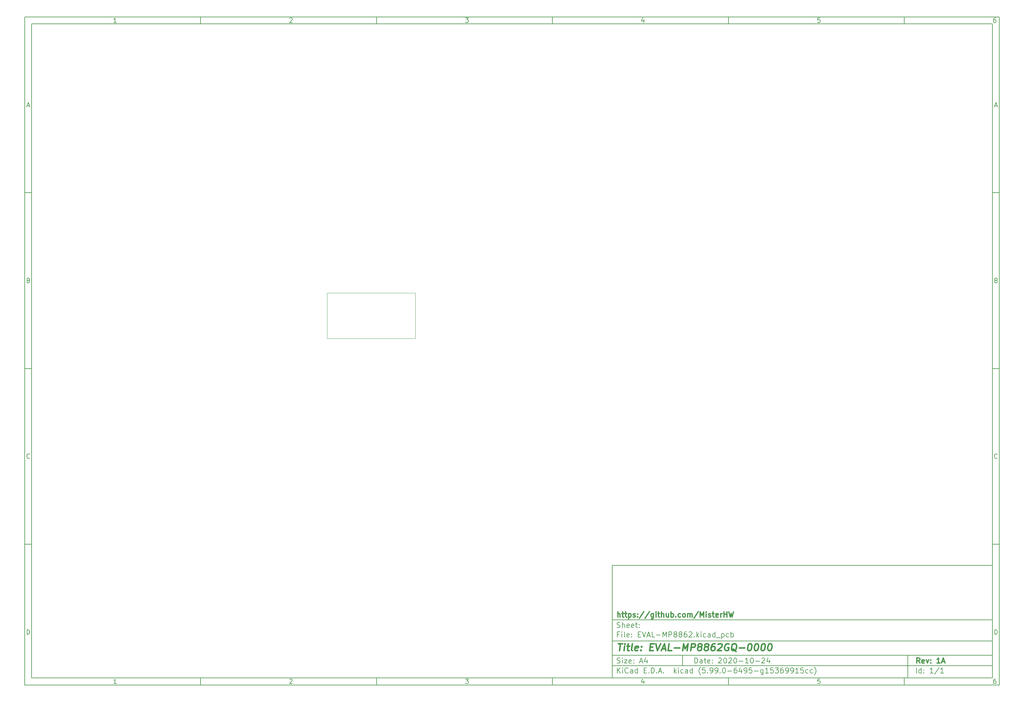
<source format=gbr>
G04 #@! TF.GenerationSoftware,KiCad,Pcbnew,(5.99.0-6495-g15369915cc)*
G04 #@! TF.CreationDate,2020-10-24T18:43:56+02:00*
G04 #@! TF.ProjectId,EVAL-MP8862,4556414c-2d4d-4503-9838-36322e6b6963,1A*
G04 #@! TF.SameCoordinates,Original*
G04 #@! TF.FileFunction,Profile,NP*
%FSLAX46Y46*%
G04 Gerber Fmt 4.6, Leading zero omitted, Abs format (unit mm)*
G04 Created by KiCad (PCBNEW (5.99.0-6495-g15369915cc)) date 2020-10-24 18:43:56*
%MOMM*%
%LPD*%
G01*
G04 APERTURE LIST*
%ADD10C,0.100000*%
%ADD11C,0.150000*%
%ADD12C,0.300000*%
%ADD13C,0.400000*%
G04 #@! TA.AperFunction,Profile*
%ADD14C,0.050000*%
G04 #@! TD*
G04 APERTURE END LIST*
D10*
D11*
X177002200Y-166007200D02*
X177002200Y-198007200D01*
X285002200Y-198007200D01*
X285002200Y-166007200D01*
X177002200Y-166007200D01*
D10*
D11*
X10000000Y-10000000D02*
X10000000Y-200007200D01*
X287002200Y-200007200D01*
X287002200Y-10000000D01*
X10000000Y-10000000D01*
D10*
D11*
X12000000Y-12000000D02*
X12000000Y-198007200D01*
X285002200Y-198007200D01*
X285002200Y-12000000D01*
X12000000Y-12000000D01*
D10*
D11*
X60000000Y-12000000D02*
X60000000Y-10000000D01*
D10*
D11*
X110000000Y-12000000D02*
X110000000Y-10000000D01*
D10*
D11*
X160000000Y-12000000D02*
X160000000Y-10000000D01*
D10*
D11*
X210000000Y-12000000D02*
X210000000Y-10000000D01*
D10*
D11*
X260000000Y-12000000D02*
X260000000Y-10000000D01*
D10*
D11*
X36065476Y-11588095D02*
X35322619Y-11588095D01*
X35694047Y-11588095D02*
X35694047Y-10288095D01*
X35570238Y-10473809D01*
X35446428Y-10597619D01*
X35322619Y-10659523D01*
D10*
D11*
X85322619Y-10411904D02*
X85384523Y-10350000D01*
X85508333Y-10288095D01*
X85817857Y-10288095D01*
X85941666Y-10350000D01*
X86003571Y-10411904D01*
X86065476Y-10535714D01*
X86065476Y-10659523D01*
X86003571Y-10845238D01*
X85260714Y-11588095D01*
X86065476Y-11588095D01*
D10*
D11*
X135260714Y-10288095D02*
X136065476Y-10288095D01*
X135632142Y-10783333D01*
X135817857Y-10783333D01*
X135941666Y-10845238D01*
X136003571Y-10907142D01*
X136065476Y-11030952D01*
X136065476Y-11340476D01*
X136003571Y-11464285D01*
X135941666Y-11526190D01*
X135817857Y-11588095D01*
X135446428Y-11588095D01*
X135322619Y-11526190D01*
X135260714Y-11464285D01*
D10*
D11*
X185941666Y-10721428D02*
X185941666Y-11588095D01*
X185632142Y-10226190D02*
X185322619Y-11154761D01*
X186127380Y-11154761D01*
D10*
D11*
X236003571Y-10288095D02*
X235384523Y-10288095D01*
X235322619Y-10907142D01*
X235384523Y-10845238D01*
X235508333Y-10783333D01*
X235817857Y-10783333D01*
X235941666Y-10845238D01*
X236003571Y-10907142D01*
X236065476Y-11030952D01*
X236065476Y-11340476D01*
X236003571Y-11464285D01*
X235941666Y-11526190D01*
X235817857Y-11588095D01*
X235508333Y-11588095D01*
X235384523Y-11526190D01*
X235322619Y-11464285D01*
D10*
D11*
X285941666Y-10288095D02*
X285694047Y-10288095D01*
X285570238Y-10350000D01*
X285508333Y-10411904D01*
X285384523Y-10597619D01*
X285322619Y-10845238D01*
X285322619Y-11340476D01*
X285384523Y-11464285D01*
X285446428Y-11526190D01*
X285570238Y-11588095D01*
X285817857Y-11588095D01*
X285941666Y-11526190D01*
X286003571Y-11464285D01*
X286065476Y-11340476D01*
X286065476Y-11030952D01*
X286003571Y-10907142D01*
X285941666Y-10845238D01*
X285817857Y-10783333D01*
X285570238Y-10783333D01*
X285446428Y-10845238D01*
X285384523Y-10907142D01*
X285322619Y-11030952D01*
D10*
D11*
X60000000Y-198007200D02*
X60000000Y-200007200D01*
D10*
D11*
X110000000Y-198007200D02*
X110000000Y-200007200D01*
D10*
D11*
X160000000Y-198007200D02*
X160000000Y-200007200D01*
D10*
D11*
X210000000Y-198007200D02*
X210000000Y-200007200D01*
D10*
D11*
X260000000Y-198007200D02*
X260000000Y-200007200D01*
D10*
D11*
X36065476Y-199595295D02*
X35322619Y-199595295D01*
X35694047Y-199595295D02*
X35694047Y-198295295D01*
X35570238Y-198481009D01*
X35446428Y-198604819D01*
X35322619Y-198666723D01*
D10*
D11*
X85322619Y-198419104D02*
X85384523Y-198357200D01*
X85508333Y-198295295D01*
X85817857Y-198295295D01*
X85941666Y-198357200D01*
X86003571Y-198419104D01*
X86065476Y-198542914D01*
X86065476Y-198666723D01*
X86003571Y-198852438D01*
X85260714Y-199595295D01*
X86065476Y-199595295D01*
D10*
D11*
X135260714Y-198295295D02*
X136065476Y-198295295D01*
X135632142Y-198790533D01*
X135817857Y-198790533D01*
X135941666Y-198852438D01*
X136003571Y-198914342D01*
X136065476Y-199038152D01*
X136065476Y-199347676D01*
X136003571Y-199471485D01*
X135941666Y-199533390D01*
X135817857Y-199595295D01*
X135446428Y-199595295D01*
X135322619Y-199533390D01*
X135260714Y-199471485D01*
D10*
D11*
X185941666Y-198728628D02*
X185941666Y-199595295D01*
X185632142Y-198233390D02*
X185322619Y-199161961D01*
X186127380Y-199161961D01*
D10*
D11*
X236003571Y-198295295D02*
X235384523Y-198295295D01*
X235322619Y-198914342D01*
X235384523Y-198852438D01*
X235508333Y-198790533D01*
X235817857Y-198790533D01*
X235941666Y-198852438D01*
X236003571Y-198914342D01*
X236065476Y-199038152D01*
X236065476Y-199347676D01*
X236003571Y-199471485D01*
X235941666Y-199533390D01*
X235817857Y-199595295D01*
X235508333Y-199595295D01*
X235384523Y-199533390D01*
X235322619Y-199471485D01*
D10*
D11*
X285941666Y-198295295D02*
X285694047Y-198295295D01*
X285570238Y-198357200D01*
X285508333Y-198419104D01*
X285384523Y-198604819D01*
X285322619Y-198852438D01*
X285322619Y-199347676D01*
X285384523Y-199471485D01*
X285446428Y-199533390D01*
X285570238Y-199595295D01*
X285817857Y-199595295D01*
X285941666Y-199533390D01*
X286003571Y-199471485D01*
X286065476Y-199347676D01*
X286065476Y-199038152D01*
X286003571Y-198914342D01*
X285941666Y-198852438D01*
X285817857Y-198790533D01*
X285570238Y-198790533D01*
X285446428Y-198852438D01*
X285384523Y-198914342D01*
X285322619Y-199038152D01*
D10*
D11*
X10000000Y-60000000D02*
X12000000Y-60000000D01*
D10*
D11*
X10000000Y-110000000D02*
X12000000Y-110000000D01*
D10*
D11*
X10000000Y-160000000D02*
X12000000Y-160000000D01*
D10*
D11*
X10690476Y-35216666D02*
X11309523Y-35216666D01*
X10566666Y-35588095D02*
X11000000Y-34288095D01*
X11433333Y-35588095D01*
D10*
D11*
X11092857Y-84907142D02*
X11278571Y-84969047D01*
X11340476Y-85030952D01*
X11402380Y-85154761D01*
X11402380Y-85340476D01*
X11340476Y-85464285D01*
X11278571Y-85526190D01*
X11154761Y-85588095D01*
X10659523Y-85588095D01*
X10659523Y-84288095D01*
X11092857Y-84288095D01*
X11216666Y-84350000D01*
X11278571Y-84411904D01*
X11340476Y-84535714D01*
X11340476Y-84659523D01*
X11278571Y-84783333D01*
X11216666Y-84845238D01*
X11092857Y-84907142D01*
X10659523Y-84907142D01*
D10*
D11*
X11402380Y-135464285D02*
X11340476Y-135526190D01*
X11154761Y-135588095D01*
X11030952Y-135588095D01*
X10845238Y-135526190D01*
X10721428Y-135402380D01*
X10659523Y-135278571D01*
X10597619Y-135030952D01*
X10597619Y-134845238D01*
X10659523Y-134597619D01*
X10721428Y-134473809D01*
X10845238Y-134350000D01*
X11030952Y-134288095D01*
X11154761Y-134288095D01*
X11340476Y-134350000D01*
X11402380Y-134411904D01*
D10*
D11*
X10659523Y-185588095D02*
X10659523Y-184288095D01*
X10969047Y-184288095D01*
X11154761Y-184350000D01*
X11278571Y-184473809D01*
X11340476Y-184597619D01*
X11402380Y-184845238D01*
X11402380Y-185030952D01*
X11340476Y-185278571D01*
X11278571Y-185402380D01*
X11154761Y-185526190D01*
X10969047Y-185588095D01*
X10659523Y-185588095D01*
D10*
D11*
X287002200Y-60000000D02*
X285002200Y-60000000D01*
D10*
D11*
X287002200Y-110000000D02*
X285002200Y-110000000D01*
D10*
D11*
X287002200Y-160000000D02*
X285002200Y-160000000D01*
D10*
D11*
X285692676Y-35216666D02*
X286311723Y-35216666D01*
X285568866Y-35588095D02*
X286002200Y-34288095D01*
X286435533Y-35588095D01*
D10*
D11*
X286095057Y-84907142D02*
X286280771Y-84969047D01*
X286342676Y-85030952D01*
X286404580Y-85154761D01*
X286404580Y-85340476D01*
X286342676Y-85464285D01*
X286280771Y-85526190D01*
X286156961Y-85588095D01*
X285661723Y-85588095D01*
X285661723Y-84288095D01*
X286095057Y-84288095D01*
X286218866Y-84350000D01*
X286280771Y-84411904D01*
X286342676Y-84535714D01*
X286342676Y-84659523D01*
X286280771Y-84783333D01*
X286218866Y-84845238D01*
X286095057Y-84907142D01*
X285661723Y-84907142D01*
D10*
D11*
X286404580Y-135464285D02*
X286342676Y-135526190D01*
X286156961Y-135588095D01*
X286033152Y-135588095D01*
X285847438Y-135526190D01*
X285723628Y-135402380D01*
X285661723Y-135278571D01*
X285599819Y-135030952D01*
X285599819Y-134845238D01*
X285661723Y-134597619D01*
X285723628Y-134473809D01*
X285847438Y-134350000D01*
X286033152Y-134288095D01*
X286156961Y-134288095D01*
X286342676Y-134350000D01*
X286404580Y-134411904D01*
D10*
D11*
X285661723Y-185588095D02*
X285661723Y-184288095D01*
X285971247Y-184288095D01*
X286156961Y-184350000D01*
X286280771Y-184473809D01*
X286342676Y-184597619D01*
X286404580Y-184845238D01*
X286404580Y-185030952D01*
X286342676Y-185278571D01*
X286280771Y-185402380D01*
X286156961Y-185526190D01*
X285971247Y-185588095D01*
X285661723Y-185588095D01*
D10*
D11*
X200434342Y-193785771D02*
X200434342Y-192285771D01*
X200791485Y-192285771D01*
X201005771Y-192357200D01*
X201148628Y-192500057D01*
X201220057Y-192642914D01*
X201291485Y-192928628D01*
X201291485Y-193142914D01*
X201220057Y-193428628D01*
X201148628Y-193571485D01*
X201005771Y-193714342D01*
X200791485Y-193785771D01*
X200434342Y-193785771D01*
X202577200Y-193785771D02*
X202577200Y-193000057D01*
X202505771Y-192857200D01*
X202362914Y-192785771D01*
X202077200Y-192785771D01*
X201934342Y-192857200D01*
X202577200Y-193714342D02*
X202434342Y-193785771D01*
X202077200Y-193785771D01*
X201934342Y-193714342D01*
X201862914Y-193571485D01*
X201862914Y-193428628D01*
X201934342Y-193285771D01*
X202077200Y-193214342D01*
X202434342Y-193214342D01*
X202577200Y-193142914D01*
X203077200Y-192785771D02*
X203648628Y-192785771D01*
X203291485Y-192285771D02*
X203291485Y-193571485D01*
X203362914Y-193714342D01*
X203505771Y-193785771D01*
X203648628Y-193785771D01*
X204720057Y-193714342D02*
X204577200Y-193785771D01*
X204291485Y-193785771D01*
X204148628Y-193714342D01*
X204077200Y-193571485D01*
X204077200Y-193000057D01*
X204148628Y-192857200D01*
X204291485Y-192785771D01*
X204577200Y-192785771D01*
X204720057Y-192857200D01*
X204791485Y-193000057D01*
X204791485Y-193142914D01*
X204077200Y-193285771D01*
X205434342Y-193642914D02*
X205505771Y-193714342D01*
X205434342Y-193785771D01*
X205362914Y-193714342D01*
X205434342Y-193642914D01*
X205434342Y-193785771D01*
X205434342Y-192857200D02*
X205505771Y-192928628D01*
X205434342Y-193000057D01*
X205362914Y-192928628D01*
X205434342Y-192857200D01*
X205434342Y-193000057D01*
X207220057Y-192428628D02*
X207291485Y-192357200D01*
X207434342Y-192285771D01*
X207791485Y-192285771D01*
X207934342Y-192357200D01*
X208005771Y-192428628D01*
X208077200Y-192571485D01*
X208077200Y-192714342D01*
X208005771Y-192928628D01*
X207148628Y-193785771D01*
X208077200Y-193785771D01*
X209005771Y-192285771D02*
X209148628Y-192285771D01*
X209291485Y-192357200D01*
X209362914Y-192428628D01*
X209434342Y-192571485D01*
X209505771Y-192857200D01*
X209505771Y-193214342D01*
X209434342Y-193500057D01*
X209362914Y-193642914D01*
X209291485Y-193714342D01*
X209148628Y-193785771D01*
X209005771Y-193785771D01*
X208862914Y-193714342D01*
X208791485Y-193642914D01*
X208720057Y-193500057D01*
X208648628Y-193214342D01*
X208648628Y-192857200D01*
X208720057Y-192571485D01*
X208791485Y-192428628D01*
X208862914Y-192357200D01*
X209005771Y-192285771D01*
X210077200Y-192428628D02*
X210148628Y-192357200D01*
X210291485Y-192285771D01*
X210648628Y-192285771D01*
X210791485Y-192357200D01*
X210862914Y-192428628D01*
X210934342Y-192571485D01*
X210934342Y-192714342D01*
X210862914Y-192928628D01*
X210005771Y-193785771D01*
X210934342Y-193785771D01*
X211862914Y-192285771D02*
X212005771Y-192285771D01*
X212148628Y-192357200D01*
X212220057Y-192428628D01*
X212291485Y-192571485D01*
X212362914Y-192857200D01*
X212362914Y-193214342D01*
X212291485Y-193500057D01*
X212220057Y-193642914D01*
X212148628Y-193714342D01*
X212005771Y-193785771D01*
X211862914Y-193785771D01*
X211720057Y-193714342D01*
X211648628Y-193642914D01*
X211577200Y-193500057D01*
X211505771Y-193214342D01*
X211505771Y-192857200D01*
X211577200Y-192571485D01*
X211648628Y-192428628D01*
X211720057Y-192357200D01*
X211862914Y-192285771D01*
X213005771Y-193214342D02*
X214148628Y-193214342D01*
X215648628Y-193785771D02*
X214791485Y-193785771D01*
X215220057Y-193785771D02*
X215220057Y-192285771D01*
X215077200Y-192500057D01*
X214934342Y-192642914D01*
X214791485Y-192714342D01*
X216577200Y-192285771D02*
X216720057Y-192285771D01*
X216862914Y-192357200D01*
X216934342Y-192428628D01*
X217005771Y-192571485D01*
X217077200Y-192857200D01*
X217077200Y-193214342D01*
X217005771Y-193500057D01*
X216934342Y-193642914D01*
X216862914Y-193714342D01*
X216720057Y-193785771D01*
X216577200Y-193785771D01*
X216434342Y-193714342D01*
X216362914Y-193642914D01*
X216291485Y-193500057D01*
X216220057Y-193214342D01*
X216220057Y-192857200D01*
X216291485Y-192571485D01*
X216362914Y-192428628D01*
X216434342Y-192357200D01*
X216577200Y-192285771D01*
X217720057Y-193214342D02*
X218862914Y-193214342D01*
X219505771Y-192428628D02*
X219577200Y-192357200D01*
X219720057Y-192285771D01*
X220077200Y-192285771D01*
X220220057Y-192357200D01*
X220291485Y-192428628D01*
X220362914Y-192571485D01*
X220362914Y-192714342D01*
X220291485Y-192928628D01*
X219434342Y-193785771D01*
X220362914Y-193785771D01*
X221648628Y-192785771D02*
X221648628Y-193785771D01*
X221291485Y-192214342D02*
X220934342Y-193285771D01*
X221862914Y-193285771D01*
D10*
D11*
X177002200Y-194507200D02*
X285002200Y-194507200D01*
D10*
D11*
X178434342Y-196585771D02*
X178434342Y-195085771D01*
X179291485Y-196585771D02*
X178648628Y-195728628D01*
X179291485Y-195085771D02*
X178434342Y-195942914D01*
X179934342Y-196585771D02*
X179934342Y-195585771D01*
X179934342Y-195085771D02*
X179862914Y-195157200D01*
X179934342Y-195228628D01*
X180005771Y-195157200D01*
X179934342Y-195085771D01*
X179934342Y-195228628D01*
X181505771Y-196442914D02*
X181434342Y-196514342D01*
X181220057Y-196585771D01*
X181077200Y-196585771D01*
X180862914Y-196514342D01*
X180720057Y-196371485D01*
X180648628Y-196228628D01*
X180577200Y-195942914D01*
X180577200Y-195728628D01*
X180648628Y-195442914D01*
X180720057Y-195300057D01*
X180862914Y-195157200D01*
X181077200Y-195085771D01*
X181220057Y-195085771D01*
X181434342Y-195157200D01*
X181505771Y-195228628D01*
X182791485Y-196585771D02*
X182791485Y-195800057D01*
X182720057Y-195657200D01*
X182577200Y-195585771D01*
X182291485Y-195585771D01*
X182148628Y-195657200D01*
X182791485Y-196514342D02*
X182648628Y-196585771D01*
X182291485Y-196585771D01*
X182148628Y-196514342D01*
X182077200Y-196371485D01*
X182077200Y-196228628D01*
X182148628Y-196085771D01*
X182291485Y-196014342D01*
X182648628Y-196014342D01*
X182791485Y-195942914D01*
X184148628Y-196585771D02*
X184148628Y-195085771D01*
X184148628Y-196514342D02*
X184005771Y-196585771D01*
X183720057Y-196585771D01*
X183577200Y-196514342D01*
X183505771Y-196442914D01*
X183434342Y-196300057D01*
X183434342Y-195871485D01*
X183505771Y-195728628D01*
X183577200Y-195657200D01*
X183720057Y-195585771D01*
X184005771Y-195585771D01*
X184148628Y-195657200D01*
X186005771Y-195800057D02*
X186505771Y-195800057D01*
X186720057Y-196585771D02*
X186005771Y-196585771D01*
X186005771Y-195085771D01*
X186720057Y-195085771D01*
X187362914Y-196442914D02*
X187434342Y-196514342D01*
X187362914Y-196585771D01*
X187291485Y-196514342D01*
X187362914Y-196442914D01*
X187362914Y-196585771D01*
X188077200Y-196585771D02*
X188077200Y-195085771D01*
X188434342Y-195085771D01*
X188648628Y-195157200D01*
X188791485Y-195300057D01*
X188862914Y-195442914D01*
X188934342Y-195728628D01*
X188934342Y-195942914D01*
X188862914Y-196228628D01*
X188791485Y-196371485D01*
X188648628Y-196514342D01*
X188434342Y-196585771D01*
X188077200Y-196585771D01*
X189577200Y-196442914D02*
X189648628Y-196514342D01*
X189577200Y-196585771D01*
X189505771Y-196514342D01*
X189577200Y-196442914D01*
X189577200Y-196585771D01*
X190220057Y-196157200D02*
X190934342Y-196157200D01*
X190077200Y-196585771D02*
X190577200Y-195085771D01*
X191077200Y-196585771D01*
X191577200Y-196442914D02*
X191648628Y-196514342D01*
X191577200Y-196585771D01*
X191505771Y-196514342D01*
X191577200Y-196442914D01*
X191577200Y-196585771D01*
X194577200Y-196585771D02*
X194577200Y-195085771D01*
X194720057Y-196014342D02*
X195148628Y-196585771D01*
X195148628Y-195585771D02*
X194577200Y-196157200D01*
X195791485Y-196585771D02*
X195791485Y-195585771D01*
X195791485Y-195085771D02*
X195720057Y-195157200D01*
X195791485Y-195228628D01*
X195862914Y-195157200D01*
X195791485Y-195085771D01*
X195791485Y-195228628D01*
X197148628Y-196514342D02*
X197005771Y-196585771D01*
X196720057Y-196585771D01*
X196577200Y-196514342D01*
X196505771Y-196442914D01*
X196434342Y-196300057D01*
X196434342Y-195871485D01*
X196505771Y-195728628D01*
X196577200Y-195657200D01*
X196720057Y-195585771D01*
X197005771Y-195585771D01*
X197148628Y-195657200D01*
X198434342Y-196585771D02*
X198434342Y-195800057D01*
X198362914Y-195657200D01*
X198220057Y-195585771D01*
X197934342Y-195585771D01*
X197791485Y-195657200D01*
X198434342Y-196514342D02*
X198291485Y-196585771D01*
X197934342Y-196585771D01*
X197791485Y-196514342D01*
X197720057Y-196371485D01*
X197720057Y-196228628D01*
X197791485Y-196085771D01*
X197934342Y-196014342D01*
X198291485Y-196014342D01*
X198434342Y-195942914D01*
X199791485Y-196585771D02*
X199791485Y-195085771D01*
X199791485Y-196514342D02*
X199648628Y-196585771D01*
X199362914Y-196585771D01*
X199220057Y-196514342D01*
X199148628Y-196442914D01*
X199077200Y-196300057D01*
X199077200Y-195871485D01*
X199148628Y-195728628D01*
X199220057Y-195657200D01*
X199362914Y-195585771D01*
X199648628Y-195585771D01*
X199791485Y-195657200D01*
X202077200Y-197157200D02*
X202005771Y-197085771D01*
X201862914Y-196871485D01*
X201791485Y-196728628D01*
X201720057Y-196514342D01*
X201648628Y-196157200D01*
X201648628Y-195871485D01*
X201720057Y-195514342D01*
X201791485Y-195300057D01*
X201862914Y-195157200D01*
X202005771Y-194942914D01*
X202077200Y-194871485D01*
X203362914Y-195085771D02*
X202648628Y-195085771D01*
X202577200Y-195800057D01*
X202648628Y-195728628D01*
X202791485Y-195657200D01*
X203148628Y-195657200D01*
X203291485Y-195728628D01*
X203362914Y-195800057D01*
X203434342Y-195942914D01*
X203434342Y-196300057D01*
X203362914Y-196442914D01*
X203291485Y-196514342D01*
X203148628Y-196585771D01*
X202791485Y-196585771D01*
X202648628Y-196514342D01*
X202577200Y-196442914D01*
X204077200Y-196442914D02*
X204148628Y-196514342D01*
X204077200Y-196585771D01*
X204005771Y-196514342D01*
X204077200Y-196442914D01*
X204077200Y-196585771D01*
X204862914Y-196585771D02*
X205148628Y-196585771D01*
X205291485Y-196514342D01*
X205362914Y-196442914D01*
X205505771Y-196228628D01*
X205577200Y-195942914D01*
X205577200Y-195371485D01*
X205505771Y-195228628D01*
X205434342Y-195157200D01*
X205291485Y-195085771D01*
X205005771Y-195085771D01*
X204862914Y-195157200D01*
X204791485Y-195228628D01*
X204720057Y-195371485D01*
X204720057Y-195728628D01*
X204791485Y-195871485D01*
X204862914Y-195942914D01*
X205005771Y-196014342D01*
X205291485Y-196014342D01*
X205434342Y-195942914D01*
X205505771Y-195871485D01*
X205577200Y-195728628D01*
X206291485Y-196585771D02*
X206577200Y-196585771D01*
X206720057Y-196514342D01*
X206791485Y-196442914D01*
X206934342Y-196228628D01*
X207005771Y-195942914D01*
X207005771Y-195371485D01*
X206934342Y-195228628D01*
X206862914Y-195157200D01*
X206720057Y-195085771D01*
X206434342Y-195085771D01*
X206291485Y-195157200D01*
X206220057Y-195228628D01*
X206148628Y-195371485D01*
X206148628Y-195728628D01*
X206220057Y-195871485D01*
X206291485Y-195942914D01*
X206434342Y-196014342D01*
X206720057Y-196014342D01*
X206862914Y-195942914D01*
X206934342Y-195871485D01*
X207005771Y-195728628D01*
X207648628Y-196442914D02*
X207720057Y-196514342D01*
X207648628Y-196585771D01*
X207577200Y-196514342D01*
X207648628Y-196442914D01*
X207648628Y-196585771D01*
X208648628Y-195085771D02*
X208791485Y-195085771D01*
X208934342Y-195157200D01*
X209005771Y-195228628D01*
X209077200Y-195371485D01*
X209148628Y-195657200D01*
X209148628Y-196014342D01*
X209077200Y-196300057D01*
X209005771Y-196442914D01*
X208934342Y-196514342D01*
X208791485Y-196585771D01*
X208648628Y-196585771D01*
X208505771Y-196514342D01*
X208434342Y-196442914D01*
X208362914Y-196300057D01*
X208291485Y-196014342D01*
X208291485Y-195657200D01*
X208362914Y-195371485D01*
X208434342Y-195228628D01*
X208505771Y-195157200D01*
X208648628Y-195085771D01*
X209791485Y-196014342D02*
X210934342Y-196014342D01*
X212291485Y-195085771D02*
X212005771Y-195085771D01*
X211862914Y-195157200D01*
X211791485Y-195228628D01*
X211648628Y-195442914D01*
X211577200Y-195728628D01*
X211577200Y-196300057D01*
X211648628Y-196442914D01*
X211720057Y-196514342D01*
X211862914Y-196585771D01*
X212148628Y-196585771D01*
X212291485Y-196514342D01*
X212362914Y-196442914D01*
X212434342Y-196300057D01*
X212434342Y-195942914D01*
X212362914Y-195800057D01*
X212291485Y-195728628D01*
X212148628Y-195657200D01*
X211862914Y-195657200D01*
X211720057Y-195728628D01*
X211648628Y-195800057D01*
X211577200Y-195942914D01*
X213720057Y-195585771D02*
X213720057Y-196585771D01*
X213362914Y-195014342D02*
X213005771Y-196085771D01*
X213934342Y-196085771D01*
X214577200Y-196585771D02*
X214862914Y-196585771D01*
X215005771Y-196514342D01*
X215077200Y-196442914D01*
X215220057Y-196228628D01*
X215291485Y-195942914D01*
X215291485Y-195371485D01*
X215220057Y-195228628D01*
X215148628Y-195157200D01*
X215005771Y-195085771D01*
X214720057Y-195085771D01*
X214577200Y-195157200D01*
X214505771Y-195228628D01*
X214434342Y-195371485D01*
X214434342Y-195728628D01*
X214505771Y-195871485D01*
X214577200Y-195942914D01*
X214720057Y-196014342D01*
X215005771Y-196014342D01*
X215148628Y-195942914D01*
X215220057Y-195871485D01*
X215291485Y-195728628D01*
X216648628Y-195085771D02*
X215934342Y-195085771D01*
X215862914Y-195800057D01*
X215934342Y-195728628D01*
X216077200Y-195657200D01*
X216434342Y-195657200D01*
X216577200Y-195728628D01*
X216648628Y-195800057D01*
X216720057Y-195942914D01*
X216720057Y-196300057D01*
X216648628Y-196442914D01*
X216577200Y-196514342D01*
X216434342Y-196585771D01*
X216077200Y-196585771D01*
X215934342Y-196514342D01*
X215862914Y-196442914D01*
X217362914Y-196014342D02*
X218505771Y-196014342D01*
X219862914Y-195585771D02*
X219862914Y-196800057D01*
X219791485Y-196942914D01*
X219720057Y-197014342D01*
X219577200Y-197085771D01*
X219362914Y-197085771D01*
X219220057Y-197014342D01*
X219862914Y-196514342D02*
X219720057Y-196585771D01*
X219434342Y-196585771D01*
X219291485Y-196514342D01*
X219220057Y-196442914D01*
X219148628Y-196300057D01*
X219148628Y-195871485D01*
X219220057Y-195728628D01*
X219291485Y-195657200D01*
X219434342Y-195585771D01*
X219720057Y-195585771D01*
X219862914Y-195657200D01*
X221362914Y-196585771D02*
X220505771Y-196585771D01*
X220934342Y-196585771D02*
X220934342Y-195085771D01*
X220791485Y-195300057D01*
X220648628Y-195442914D01*
X220505771Y-195514342D01*
X222720057Y-195085771D02*
X222005771Y-195085771D01*
X221934342Y-195800057D01*
X222005771Y-195728628D01*
X222148628Y-195657200D01*
X222505771Y-195657200D01*
X222648628Y-195728628D01*
X222720057Y-195800057D01*
X222791485Y-195942914D01*
X222791485Y-196300057D01*
X222720057Y-196442914D01*
X222648628Y-196514342D01*
X222505771Y-196585771D01*
X222148628Y-196585771D01*
X222005771Y-196514342D01*
X221934342Y-196442914D01*
X223291485Y-195085771D02*
X224220057Y-195085771D01*
X223720057Y-195657200D01*
X223934342Y-195657200D01*
X224077200Y-195728628D01*
X224148628Y-195800057D01*
X224220057Y-195942914D01*
X224220057Y-196300057D01*
X224148628Y-196442914D01*
X224077200Y-196514342D01*
X223934342Y-196585771D01*
X223505771Y-196585771D01*
X223362914Y-196514342D01*
X223291485Y-196442914D01*
X225505771Y-195085771D02*
X225220057Y-195085771D01*
X225077200Y-195157200D01*
X225005771Y-195228628D01*
X224862914Y-195442914D01*
X224791485Y-195728628D01*
X224791485Y-196300057D01*
X224862914Y-196442914D01*
X224934342Y-196514342D01*
X225077200Y-196585771D01*
X225362914Y-196585771D01*
X225505771Y-196514342D01*
X225577200Y-196442914D01*
X225648628Y-196300057D01*
X225648628Y-195942914D01*
X225577200Y-195800057D01*
X225505771Y-195728628D01*
X225362914Y-195657200D01*
X225077200Y-195657200D01*
X224934342Y-195728628D01*
X224862914Y-195800057D01*
X224791485Y-195942914D01*
X226362914Y-196585771D02*
X226648628Y-196585771D01*
X226791485Y-196514342D01*
X226862914Y-196442914D01*
X227005771Y-196228628D01*
X227077199Y-195942914D01*
X227077199Y-195371485D01*
X227005771Y-195228628D01*
X226934342Y-195157200D01*
X226791485Y-195085771D01*
X226505771Y-195085771D01*
X226362914Y-195157200D01*
X226291485Y-195228628D01*
X226220057Y-195371485D01*
X226220057Y-195728628D01*
X226291485Y-195871485D01*
X226362914Y-195942914D01*
X226505771Y-196014342D01*
X226791485Y-196014342D01*
X226934342Y-195942914D01*
X227005771Y-195871485D01*
X227077199Y-195728628D01*
X227791485Y-196585771D02*
X228077199Y-196585771D01*
X228220057Y-196514342D01*
X228291485Y-196442914D01*
X228434342Y-196228628D01*
X228505771Y-195942914D01*
X228505771Y-195371485D01*
X228434342Y-195228628D01*
X228362914Y-195157200D01*
X228220057Y-195085771D01*
X227934342Y-195085771D01*
X227791485Y-195157200D01*
X227720057Y-195228628D01*
X227648628Y-195371485D01*
X227648628Y-195728628D01*
X227720057Y-195871485D01*
X227791485Y-195942914D01*
X227934342Y-196014342D01*
X228220057Y-196014342D01*
X228362914Y-195942914D01*
X228434342Y-195871485D01*
X228505771Y-195728628D01*
X229934342Y-196585771D02*
X229077199Y-196585771D01*
X229505771Y-196585771D02*
X229505771Y-195085771D01*
X229362914Y-195300057D01*
X229220057Y-195442914D01*
X229077199Y-195514342D01*
X231291485Y-195085771D02*
X230577199Y-195085771D01*
X230505771Y-195800057D01*
X230577199Y-195728628D01*
X230720057Y-195657200D01*
X231077199Y-195657200D01*
X231220057Y-195728628D01*
X231291485Y-195800057D01*
X231362914Y-195942914D01*
X231362914Y-196300057D01*
X231291485Y-196442914D01*
X231220057Y-196514342D01*
X231077199Y-196585771D01*
X230720057Y-196585771D01*
X230577199Y-196514342D01*
X230505771Y-196442914D01*
X232648628Y-196514342D02*
X232505771Y-196585771D01*
X232220057Y-196585771D01*
X232077199Y-196514342D01*
X232005771Y-196442914D01*
X231934342Y-196300057D01*
X231934342Y-195871485D01*
X232005771Y-195728628D01*
X232077199Y-195657200D01*
X232220057Y-195585771D01*
X232505771Y-195585771D01*
X232648628Y-195657200D01*
X233934342Y-196514342D02*
X233791485Y-196585771D01*
X233505771Y-196585771D01*
X233362914Y-196514342D01*
X233291485Y-196442914D01*
X233220057Y-196300057D01*
X233220057Y-195871485D01*
X233291485Y-195728628D01*
X233362914Y-195657200D01*
X233505771Y-195585771D01*
X233791485Y-195585771D01*
X233934342Y-195657200D01*
X234434342Y-197157200D02*
X234505771Y-197085771D01*
X234648628Y-196871485D01*
X234720057Y-196728628D01*
X234791485Y-196514342D01*
X234862914Y-196157200D01*
X234862914Y-195871485D01*
X234791485Y-195514342D01*
X234720057Y-195300057D01*
X234648628Y-195157200D01*
X234505771Y-194942914D01*
X234434342Y-194871485D01*
D10*
D11*
X177002200Y-191507200D02*
X285002200Y-191507200D01*
D10*
D12*
X264411485Y-193785771D02*
X263911485Y-193071485D01*
X263554342Y-193785771D02*
X263554342Y-192285771D01*
X264125771Y-192285771D01*
X264268628Y-192357200D01*
X264340057Y-192428628D01*
X264411485Y-192571485D01*
X264411485Y-192785771D01*
X264340057Y-192928628D01*
X264268628Y-193000057D01*
X264125771Y-193071485D01*
X263554342Y-193071485D01*
X265625771Y-193714342D02*
X265482914Y-193785771D01*
X265197200Y-193785771D01*
X265054342Y-193714342D01*
X264982914Y-193571485D01*
X264982914Y-193000057D01*
X265054342Y-192857200D01*
X265197200Y-192785771D01*
X265482914Y-192785771D01*
X265625771Y-192857200D01*
X265697200Y-193000057D01*
X265697200Y-193142914D01*
X264982914Y-193285771D01*
X266197200Y-192785771D02*
X266554342Y-193785771D01*
X266911485Y-192785771D01*
X267482914Y-193642914D02*
X267554342Y-193714342D01*
X267482914Y-193785771D01*
X267411485Y-193714342D01*
X267482914Y-193642914D01*
X267482914Y-193785771D01*
X267482914Y-192857200D02*
X267554342Y-192928628D01*
X267482914Y-193000057D01*
X267411485Y-192928628D01*
X267482914Y-192857200D01*
X267482914Y-193000057D01*
X270125771Y-193785771D02*
X269268628Y-193785771D01*
X269697200Y-193785771D02*
X269697200Y-192285771D01*
X269554342Y-192500057D01*
X269411485Y-192642914D01*
X269268628Y-192714342D01*
X270697200Y-193357200D02*
X271411485Y-193357200D01*
X270554342Y-193785771D02*
X271054342Y-192285771D01*
X271554342Y-193785771D01*
D10*
D11*
X178362914Y-193714342D02*
X178577200Y-193785771D01*
X178934342Y-193785771D01*
X179077200Y-193714342D01*
X179148628Y-193642914D01*
X179220057Y-193500057D01*
X179220057Y-193357200D01*
X179148628Y-193214342D01*
X179077200Y-193142914D01*
X178934342Y-193071485D01*
X178648628Y-193000057D01*
X178505771Y-192928628D01*
X178434342Y-192857200D01*
X178362914Y-192714342D01*
X178362914Y-192571485D01*
X178434342Y-192428628D01*
X178505771Y-192357200D01*
X178648628Y-192285771D01*
X179005771Y-192285771D01*
X179220057Y-192357200D01*
X179862914Y-193785771D02*
X179862914Y-192785771D01*
X179862914Y-192285771D02*
X179791485Y-192357200D01*
X179862914Y-192428628D01*
X179934342Y-192357200D01*
X179862914Y-192285771D01*
X179862914Y-192428628D01*
X180434342Y-192785771D02*
X181220057Y-192785771D01*
X180434342Y-193785771D01*
X181220057Y-193785771D01*
X182362914Y-193714342D02*
X182220057Y-193785771D01*
X181934342Y-193785771D01*
X181791485Y-193714342D01*
X181720057Y-193571485D01*
X181720057Y-193000057D01*
X181791485Y-192857200D01*
X181934342Y-192785771D01*
X182220057Y-192785771D01*
X182362914Y-192857200D01*
X182434342Y-193000057D01*
X182434342Y-193142914D01*
X181720057Y-193285771D01*
X183077200Y-193642914D02*
X183148628Y-193714342D01*
X183077200Y-193785771D01*
X183005771Y-193714342D01*
X183077200Y-193642914D01*
X183077200Y-193785771D01*
X183077200Y-192857200D02*
X183148628Y-192928628D01*
X183077200Y-193000057D01*
X183005771Y-192928628D01*
X183077200Y-192857200D01*
X183077200Y-193000057D01*
X184862914Y-193357200D02*
X185577200Y-193357200D01*
X184720057Y-193785771D02*
X185220057Y-192285771D01*
X185720057Y-193785771D01*
X186862914Y-192785771D02*
X186862914Y-193785771D01*
X186505771Y-192214342D02*
X186148628Y-193285771D01*
X187077200Y-193285771D01*
D10*
D11*
X263434342Y-196585771D02*
X263434342Y-195085771D01*
X264791485Y-196585771D02*
X264791485Y-195085771D01*
X264791485Y-196514342D02*
X264648628Y-196585771D01*
X264362914Y-196585771D01*
X264220057Y-196514342D01*
X264148628Y-196442914D01*
X264077200Y-196300057D01*
X264077200Y-195871485D01*
X264148628Y-195728628D01*
X264220057Y-195657200D01*
X264362914Y-195585771D01*
X264648628Y-195585771D01*
X264791485Y-195657200D01*
X265505771Y-196442914D02*
X265577200Y-196514342D01*
X265505771Y-196585771D01*
X265434342Y-196514342D01*
X265505771Y-196442914D01*
X265505771Y-196585771D01*
X265505771Y-195657200D02*
X265577200Y-195728628D01*
X265505771Y-195800057D01*
X265434342Y-195728628D01*
X265505771Y-195657200D01*
X265505771Y-195800057D01*
X268148628Y-196585771D02*
X267291485Y-196585771D01*
X267720057Y-196585771D02*
X267720057Y-195085771D01*
X267577200Y-195300057D01*
X267434342Y-195442914D01*
X267291485Y-195514342D01*
X269862914Y-195014342D02*
X268577200Y-196942914D01*
X271148628Y-196585771D02*
X270291485Y-196585771D01*
X270720057Y-196585771D02*
X270720057Y-195085771D01*
X270577200Y-195300057D01*
X270434342Y-195442914D01*
X270291485Y-195514342D01*
D10*
D11*
X177002200Y-187507200D02*
X285002200Y-187507200D01*
D10*
D13*
X178714580Y-188211961D02*
X179857438Y-188211961D01*
X179036009Y-190211961D02*
X179286009Y-188211961D01*
X180274104Y-190211961D02*
X180440771Y-188878628D01*
X180524104Y-188211961D02*
X180416961Y-188307200D01*
X180500295Y-188402438D01*
X180607438Y-188307200D01*
X180524104Y-188211961D01*
X180500295Y-188402438D01*
X181107438Y-188878628D02*
X181869342Y-188878628D01*
X181476485Y-188211961D02*
X181262200Y-189926247D01*
X181333628Y-190116723D01*
X181512200Y-190211961D01*
X181702676Y-190211961D01*
X182655057Y-190211961D02*
X182476485Y-190116723D01*
X182405057Y-189926247D01*
X182619342Y-188211961D01*
X184190771Y-190116723D02*
X183988390Y-190211961D01*
X183607438Y-190211961D01*
X183428866Y-190116723D01*
X183357438Y-189926247D01*
X183452676Y-189164342D01*
X183571723Y-188973866D01*
X183774104Y-188878628D01*
X184155057Y-188878628D01*
X184333628Y-188973866D01*
X184405057Y-189164342D01*
X184381247Y-189354819D01*
X183405057Y-189545295D01*
X185155057Y-190021485D02*
X185238390Y-190116723D01*
X185131247Y-190211961D01*
X185047914Y-190116723D01*
X185155057Y-190021485D01*
X185131247Y-190211961D01*
X185286009Y-188973866D02*
X185369342Y-189069104D01*
X185262200Y-189164342D01*
X185178866Y-189069104D01*
X185286009Y-188973866D01*
X185262200Y-189164342D01*
X187738390Y-189164342D02*
X188405057Y-189164342D01*
X188559819Y-190211961D02*
X187607438Y-190211961D01*
X187857438Y-188211961D01*
X188809819Y-188211961D01*
X189381247Y-188211961D02*
X189797914Y-190211961D01*
X190714580Y-188211961D01*
X191107438Y-189640533D02*
X192059819Y-189640533D01*
X190845533Y-190211961D02*
X191762200Y-188211961D01*
X192178866Y-190211961D01*
X193797914Y-190211961D02*
X192845533Y-190211961D01*
X193095533Y-188211961D01*
X194559819Y-189450057D02*
X196083628Y-189450057D01*
X196940771Y-190211961D02*
X197190771Y-188211961D01*
X197678866Y-189640533D01*
X198524104Y-188211961D01*
X198274104Y-190211961D01*
X199226485Y-190211961D02*
X199476485Y-188211961D01*
X200238390Y-188211961D01*
X200416961Y-188307200D01*
X200500295Y-188402438D01*
X200571723Y-188592914D01*
X200536009Y-188878628D01*
X200416961Y-189069104D01*
X200309819Y-189164342D01*
X200107438Y-189259580D01*
X199345533Y-189259580D01*
X201655057Y-189069104D02*
X201476485Y-188973866D01*
X201393152Y-188878628D01*
X201321723Y-188688152D01*
X201333628Y-188592914D01*
X201452676Y-188402438D01*
X201559819Y-188307200D01*
X201762200Y-188211961D01*
X202143152Y-188211961D01*
X202321723Y-188307200D01*
X202405057Y-188402438D01*
X202476485Y-188592914D01*
X202464580Y-188688152D01*
X202345533Y-188878628D01*
X202238390Y-188973866D01*
X202036009Y-189069104D01*
X201655057Y-189069104D01*
X201452676Y-189164342D01*
X201345533Y-189259580D01*
X201226485Y-189450057D01*
X201178866Y-189831009D01*
X201250295Y-190021485D01*
X201333628Y-190116723D01*
X201512200Y-190211961D01*
X201893152Y-190211961D01*
X202095533Y-190116723D01*
X202202676Y-190021485D01*
X202321723Y-189831009D01*
X202369342Y-189450057D01*
X202297914Y-189259580D01*
X202214580Y-189164342D01*
X202036009Y-189069104D01*
X203559819Y-189069104D02*
X203381247Y-188973866D01*
X203297914Y-188878628D01*
X203226485Y-188688152D01*
X203238390Y-188592914D01*
X203357438Y-188402438D01*
X203464580Y-188307200D01*
X203666961Y-188211961D01*
X204047914Y-188211961D01*
X204226485Y-188307200D01*
X204309819Y-188402438D01*
X204381247Y-188592914D01*
X204369342Y-188688152D01*
X204250295Y-188878628D01*
X204143152Y-188973866D01*
X203940771Y-189069104D01*
X203559819Y-189069104D01*
X203357438Y-189164342D01*
X203250295Y-189259580D01*
X203131247Y-189450057D01*
X203083628Y-189831009D01*
X203155057Y-190021485D01*
X203238390Y-190116723D01*
X203416961Y-190211961D01*
X203797914Y-190211961D01*
X204000295Y-190116723D01*
X204107438Y-190021485D01*
X204226485Y-189831009D01*
X204274104Y-189450057D01*
X204202676Y-189259580D01*
X204119342Y-189164342D01*
X203940771Y-189069104D01*
X206143152Y-188211961D02*
X205762200Y-188211961D01*
X205559819Y-188307200D01*
X205452676Y-188402438D01*
X205226485Y-188688152D01*
X205083628Y-189069104D01*
X204988390Y-189831009D01*
X205059819Y-190021485D01*
X205143152Y-190116723D01*
X205321723Y-190211961D01*
X205702676Y-190211961D01*
X205905057Y-190116723D01*
X206012200Y-190021485D01*
X206131247Y-189831009D01*
X206190771Y-189354819D01*
X206119342Y-189164342D01*
X206036009Y-189069104D01*
X205857438Y-188973866D01*
X205476485Y-188973866D01*
X205274104Y-189069104D01*
X205166961Y-189164342D01*
X205047914Y-189354819D01*
X207071723Y-188402438D02*
X207178866Y-188307200D01*
X207381247Y-188211961D01*
X207857438Y-188211961D01*
X208036009Y-188307200D01*
X208119342Y-188402438D01*
X208190771Y-188592914D01*
X208166961Y-188783390D01*
X208036009Y-189069104D01*
X206750295Y-190211961D01*
X207988390Y-190211961D01*
X210131247Y-188307200D02*
X209952676Y-188211961D01*
X209666961Y-188211961D01*
X209369342Y-188307200D01*
X209155057Y-188497676D01*
X209036009Y-188688152D01*
X208893152Y-189069104D01*
X208857438Y-189354819D01*
X208905057Y-189735771D01*
X208976485Y-189926247D01*
X209143152Y-190116723D01*
X209416961Y-190211961D01*
X209607438Y-190211961D01*
X209905057Y-190116723D01*
X210012200Y-190021485D01*
X210095533Y-189354819D01*
X209714580Y-189354819D01*
X212155057Y-190402438D02*
X211976485Y-190307200D01*
X211809819Y-190116723D01*
X211559819Y-189831009D01*
X211381247Y-189735771D01*
X211190771Y-189735771D01*
X211226485Y-190211961D02*
X211047914Y-190116723D01*
X210881247Y-189926247D01*
X210833628Y-189545295D01*
X210916961Y-188878628D01*
X211059819Y-188497676D01*
X211274104Y-188307200D01*
X211476485Y-188211961D01*
X211857438Y-188211961D01*
X212036009Y-188307200D01*
X212202676Y-188497676D01*
X212250295Y-188878628D01*
X212166961Y-189545295D01*
X212024104Y-189926247D01*
X211809819Y-190116723D01*
X211607438Y-190211961D01*
X211226485Y-190211961D01*
X213036009Y-189450057D02*
X214559819Y-189450057D01*
X216047914Y-188211961D02*
X216238390Y-188211961D01*
X216416961Y-188307200D01*
X216500295Y-188402438D01*
X216571723Y-188592914D01*
X216619342Y-188973866D01*
X216559819Y-189450057D01*
X216416961Y-189831009D01*
X216297914Y-190021485D01*
X216190771Y-190116723D01*
X215988390Y-190211961D01*
X215797914Y-190211961D01*
X215619342Y-190116723D01*
X215536009Y-190021485D01*
X215464580Y-189831009D01*
X215416961Y-189450057D01*
X215476485Y-188973866D01*
X215619342Y-188592914D01*
X215738390Y-188402438D01*
X215845533Y-188307200D01*
X216047914Y-188211961D01*
X217952676Y-188211961D02*
X218143152Y-188211961D01*
X218321723Y-188307200D01*
X218405057Y-188402438D01*
X218476485Y-188592914D01*
X218524104Y-188973866D01*
X218464580Y-189450057D01*
X218321723Y-189831009D01*
X218202676Y-190021485D01*
X218095533Y-190116723D01*
X217893152Y-190211961D01*
X217702676Y-190211961D01*
X217524104Y-190116723D01*
X217440771Y-190021485D01*
X217369342Y-189831009D01*
X217321723Y-189450057D01*
X217381247Y-188973866D01*
X217524104Y-188592914D01*
X217643152Y-188402438D01*
X217750295Y-188307200D01*
X217952676Y-188211961D01*
X219857438Y-188211961D02*
X220047914Y-188211961D01*
X220226485Y-188307200D01*
X220309819Y-188402438D01*
X220381247Y-188592914D01*
X220428866Y-188973866D01*
X220369342Y-189450057D01*
X220226485Y-189831009D01*
X220107438Y-190021485D01*
X220000295Y-190116723D01*
X219797914Y-190211961D01*
X219607438Y-190211961D01*
X219428866Y-190116723D01*
X219345533Y-190021485D01*
X219274104Y-189831009D01*
X219226485Y-189450057D01*
X219286009Y-188973866D01*
X219428866Y-188592914D01*
X219547914Y-188402438D01*
X219655057Y-188307200D01*
X219857438Y-188211961D01*
X221762200Y-188211961D02*
X221952676Y-188211961D01*
X222131247Y-188307200D01*
X222214580Y-188402438D01*
X222286009Y-188592914D01*
X222333628Y-188973866D01*
X222274104Y-189450057D01*
X222131247Y-189831009D01*
X222012200Y-190021485D01*
X221905057Y-190116723D01*
X221702676Y-190211961D01*
X221512200Y-190211961D01*
X221333628Y-190116723D01*
X221250295Y-190021485D01*
X221178866Y-189831009D01*
X221131247Y-189450057D01*
X221190771Y-188973866D01*
X221333628Y-188592914D01*
X221452676Y-188402438D01*
X221559819Y-188307200D01*
X221762200Y-188211961D01*
D10*
D11*
X178934342Y-185600057D02*
X178434342Y-185600057D01*
X178434342Y-186385771D02*
X178434342Y-184885771D01*
X179148628Y-184885771D01*
X179720057Y-186385771D02*
X179720057Y-185385771D01*
X179720057Y-184885771D02*
X179648628Y-184957200D01*
X179720057Y-185028628D01*
X179791485Y-184957200D01*
X179720057Y-184885771D01*
X179720057Y-185028628D01*
X180648628Y-186385771D02*
X180505771Y-186314342D01*
X180434342Y-186171485D01*
X180434342Y-184885771D01*
X181791485Y-186314342D02*
X181648628Y-186385771D01*
X181362914Y-186385771D01*
X181220057Y-186314342D01*
X181148628Y-186171485D01*
X181148628Y-185600057D01*
X181220057Y-185457200D01*
X181362914Y-185385771D01*
X181648628Y-185385771D01*
X181791485Y-185457200D01*
X181862914Y-185600057D01*
X181862914Y-185742914D01*
X181148628Y-185885771D01*
X182505771Y-186242914D02*
X182577200Y-186314342D01*
X182505771Y-186385771D01*
X182434342Y-186314342D01*
X182505771Y-186242914D01*
X182505771Y-186385771D01*
X182505771Y-185457200D02*
X182577200Y-185528628D01*
X182505771Y-185600057D01*
X182434342Y-185528628D01*
X182505771Y-185457200D01*
X182505771Y-185600057D01*
X184362914Y-185600057D02*
X184862914Y-185600057D01*
X185077200Y-186385771D02*
X184362914Y-186385771D01*
X184362914Y-184885771D01*
X185077200Y-184885771D01*
X185505771Y-184885771D02*
X186005771Y-186385771D01*
X186505771Y-184885771D01*
X186934342Y-185957200D02*
X187648628Y-185957200D01*
X186791485Y-186385771D02*
X187291485Y-184885771D01*
X187791485Y-186385771D01*
X189005771Y-186385771D02*
X188291485Y-186385771D01*
X188291485Y-184885771D01*
X189505771Y-185814342D02*
X190648628Y-185814342D01*
X191362914Y-186385771D02*
X191362914Y-184885771D01*
X191862914Y-185957200D01*
X192362914Y-184885771D01*
X192362914Y-186385771D01*
X193077200Y-186385771D02*
X193077200Y-184885771D01*
X193648628Y-184885771D01*
X193791485Y-184957200D01*
X193862914Y-185028628D01*
X193934342Y-185171485D01*
X193934342Y-185385771D01*
X193862914Y-185528628D01*
X193791485Y-185600057D01*
X193648628Y-185671485D01*
X193077200Y-185671485D01*
X194791485Y-185528628D02*
X194648628Y-185457200D01*
X194577200Y-185385771D01*
X194505771Y-185242914D01*
X194505771Y-185171485D01*
X194577200Y-185028628D01*
X194648628Y-184957200D01*
X194791485Y-184885771D01*
X195077200Y-184885771D01*
X195220057Y-184957200D01*
X195291485Y-185028628D01*
X195362914Y-185171485D01*
X195362914Y-185242914D01*
X195291485Y-185385771D01*
X195220057Y-185457200D01*
X195077200Y-185528628D01*
X194791485Y-185528628D01*
X194648628Y-185600057D01*
X194577200Y-185671485D01*
X194505771Y-185814342D01*
X194505771Y-186100057D01*
X194577200Y-186242914D01*
X194648628Y-186314342D01*
X194791485Y-186385771D01*
X195077200Y-186385771D01*
X195220057Y-186314342D01*
X195291485Y-186242914D01*
X195362914Y-186100057D01*
X195362914Y-185814342D01*
X195291485Y-185671485D01*
X195220057Y-185600057D01*
X195077200Y-185528628D01*
X196220057Y-185528628D02*
X196077200Y-185457200D01*
X196005771Y-185385771D01*
X195934342Y-185242914D01*
X195934342Y-185171485D01*
X196005771Y-185028628D01*
X196077200Y-184957200D01*
X196220057Y-184885771D01*
X196505771Y-184885771D01*
X196648628Y-184957200D01*
X196720057Y-185028628D01*
X196791485Y-185171485D01*
X196791485Y-185242914D01*
X196720057Y-185385771D01*
X196648628Y-185457200D01*
X196505771Y-185528628D01*
X196220057Y-185528628D01*
X196077200Y-185600057D01*
X196005771Y-185671485D01*
X195934342Y-185814342D01*
X195934342Y-186100057D01*
X196005771Y-186242914D01*
X196077200Y-186314342D01*
X196220057Y-186385771D01*
X196505771Y-186385771D01*
X196648628Y-186314342D01*
X196720057Y-186242914D01*
X196791485Y-186100057D01*
X196791485Y-185814342D01*
X196720057Y-185671485D01*
X196648628Y-185600057D01*
X196505771Y-185528628D01*
X198077200Y-184885771D02*
X197791485Y-184885771D01*
X197648628Y-184957200D01*
X197577200Y-185028628D01*
X197434342Y-185242914D01*
X197362914Y-185528628D01*
X197362914Y-186100057D01*
X197434342Y-186242914D01*
X197505771Y-186314342D01*
X197648628Y-186385771D01*
X197934342Y-186385771D01*
X198077200Y-186314342D01*
X198148628Y-186242914D01*
X198220057Y-186100057D01*
X198220057Y-185742914D01*
X198148628Y-185600057D01*
X198077200Y-185528628D01*
X197934342Y-185457200D01*
X197648628Y-185457200D01*
X197505771Y-185528628D01*
X197434342Y-185600057D01*
X197362914Y-185742914D01*
X198791485Y-185028628D02*
X198862914Y-184957200D01*
X199005771Y-184885771D01*
X199362914Y-184885771D01*
X199505771Y-184957200D01*
X199577200Y-185028628D01*
X199648628Y-185171485D01*
X199648628Y-185314342D01*
X199577200Y-185528628D01*
X198720057Y-186385771D01*
X199648628Y-186385771D01*
X200291485Y-186242914D02*
X200362914Y-186314342D01*
X200291485Y-186385771D01*
X200220057Y-186314342D01*
X200291485Y-186242914D01*
X200291485Y-186385771D01*
X201005771Y-186385771D02*
X201005771Y-184885771D01*
X201148628Y-185814342D02*
X201577200Y-186385771D01*
X201577200Y-185385771D02*
X201005771Y-185957200D01*
X202220057Y-186385771D02*
X202220057Y-185385771D01*
X202220057Y-184885771D02*
X202148628Y-184957200D01*
X202220057Y-185028628D01*
X202291485Y-184957200D01*
X202220057Y-184885771D01*
X202220057Y-185028628D01*
X203577200Y-186314342D02*
X203434342Y-186385771D01*
X203148628Y-186385771D01*
X203005771Y-186314342D01*
X202934342Y-186242914D01*
X202862914Y-186100057D01*
X202862914Y-185671485D01*
X202934342Y-185528628D01*
X203005771Y-185457200D01*
X203148628Y-185385771D01*
X203434342Y-185385771D01*
X203577200Y-185457200D01*
X204862914Y-186385771D02*
X204862914Y-185600057D01*
X204791485Y-185457200D01*
X204648628Y-185385771D01*
X204362914Y-185385771D01*
X204220057Y-185457200D01*
X204862914Y-186314342D02*
X204720057Y-186385771D01*
X204362914Y-186385771D01*
X204220057Y-186314342D01*
X204148628Y-186171485D01*
X204148628Y-186028628D01*
X204220057Y-185885771D01*
X204362914Y-185814342D01*
X204720057Y-185814342D01*
X204862914Y-185742914D01*
X206220057Y-186385771D02*
X206220057Y-184885771D01*
X206220057Y-186314342D02*
X206077200Y-186385771D01*
X205791485Y-186385771D01*
X205648628Y-186314342D01*
X205577200Y-186242914D01*
X205505771Y-186100057D01*
X205505771Y-185671485D01*
X205577200Y-185528628D01*
X205648628Y-185457200D01*
X205791485Y-185385771D01*
X206077200Y-185385771D01*
X206220057Y-185457200D01*
X206577200Y-186528628D02*
X207720057Y-186528628D01*
X208077200Y-185385771D02*
X208077200Y-186885771D01*
X208077200Y-185457200D02*
X208220057Y-185385771D01*
X208505771Y-185385771D01*
X208648628Y-185457200D01*
X208720057Y-185528628D01*
X208791485Y-185671485D01*
X208791485Y-186100057D01*
X208720057Y-186242914D01*
X208648628Y-186314342D01*
X208505771Y-186385771D01*
X208220057Y-186385771D01*
X208077200Y-186314342D01*
X210077200Y-186314342D02*
X209934342Y-186385771D01*
X209648628Y-186385771D01*
X209505771Y-186314342D01*
X209434342Y-186242914D01*
X209362914Y-186100057D01*
X209362914Y-185671485D01*
X209434342Y-185528628D01*
X209505771Y-185457200D01*
X209648628Y-185385771D01*
X209934342Y-185385771D01*
X210077200Y-185457200D01*
X210720057Y-186385771D02*
X210720057Y-184885771D01*
X210720057Y-185457200D02*
X210862914Y-185385771D01*
X211148628Y-185385771D01*
X211291485Y-185457200D01*
X211362914Y-185528628D01*
X211434342Y-185671485D01*
X211434342Y-186100057D01*
X211362914Y-186242914D01*
X211291485Y-186314342D01*
X211148628Y-186385771D01*
X210862914Y-186385771D01*
X210720057Y-186314342D01*
D10*
D11*
X177002200Y-181507200D02*
X285002200Y-181507200D01*
D10*
D11*
X178362914Y-183614342D02*
X178577200Y-183685771D01*
X178934342Y-183685771D01*
X179077200Y-183614342D01*
X179148628Y-183542914D01*
X179220057Y-183400057D01*
X179220057Y-183257200D01*
X179148628Y-183114342D01*
X179077200Y-183042914D01*
X178934342Y-182971485D01*
X178648628Y-182900057D01*
X178505771Y-182828628D01*
X178434342Y-182757200D01*
X178362914Y-182614342D01*
X178362914Y-182471485D01*
X178434342Y-182328628D01*
X178505771Y-182257200D01*
X178648628Y-182185771D01*
X179005771Y-182185771D01*
X179220057Y-182257200D01*
X179862914Y-183685771D02*
X179862914Y-182185771D01*
X180505771Y-183685771D02*
X180505771Y-182900057D01*
X180434342Y-182757200D01*
X180291485Y-182685771D01*
X180077200Y-182685771D01*
X179934342Y-182757200D01*
X179862914Y-182828628D01*
X181791485Y-183614342D02*
X181648628Y-183685771D01*
X181362914Y-183685771D01*
X181220057Y-183614342D01*
X181148628Y-183471485D01*
X181148628Y-182900057D01*
X181220057Y-182757200D01*
X181362914Y-182685771D01*
X181648628Y-182685771D01*
X181791485Y-182757200D01*
X181862914Y-182900057D01*
X181862914Y-183042914D01*
X181148628Y-183185771D01*
X183077200Y-183614342D02*
X182934342Y-183685771D01*
X182648628Y-183685771D01*
X182505771Y-183614342D01*
X182434342Y-183471485D01*
X182434342Y-182900057D01*
X182505771Y-182757200D01*
X182648628Y-182685771D01*
X182934342Y-182685771D01*
X183077200Y-182757200D01*
X183148628Y-182900057D01*
X183148628Y-183042914D01*
X182434342Y-183185771D01*
X183577200Y-182685771D02*
X184148628Y-182685771D01*
X183791485Y-182185771D02*
X183791485Y-183471485D01*
X183862914Y-183614342D01*
X184005771Y-183685771D01*
X184148628Y-183685771D01*
X184648628Y-183542914D02*
X184720057Y-183614342D01*
X184648628Y-183685771D01*
X184577200Y-183614342D01*
X184648628Y-183542914D01*
X184648628Y-183685771D01*
X184648628Y-182757200D02*
X184720057Y-182828628D01*
X184648628Y-182900057D01*
X184577200Y-182828628D01*
X184648628Y-182757200D01*
X184648628Y-182900057D01*
D10*
D12*
X178554342Y-180685771D02*
X178554342Y-179185771D01*
X179197200Y-180685771D02*
X179197200Y-179900057D01*
X179125771Y-179757200D01*
X178982914Y-179685771D01*
X178768628Y-179685771D01*
X178625771Y-179757200D01*
X178554342Y-179828628D01*
X179697200Y-179685771D02*
X180268628Y-179685771D01*
X179911485Y-179185771D02*
X179911485Y-180471485D01*
X179982914Y-180614342D01*
X180125771Y-180685771D01*
X180268628Y-180685771D01*
X180554342Y-179685771D02*
X181125771Y-179685771D01*
X180768628Y-179185771D02*
X180768628Y-180471485D01*
X180840057Y-180614342D01*
X180982914Y-180685771D01*
X181125771Y-180685771D01*
X181625771Y-179685771D02*
X181625771Y-181185771D01*
X181625771Y-179757200D02*
X181768628Y-179685771D01*
X182054342Y-179685771D01*
X182197200Y-179757200D01*
X182268628Y-179828628D01*
X182340057Y-179971485D01*
X182340057Y-180400057D01*
X182268628Y-180542914D01*
X182197200Y-180614342D01*
X182054342Y-180685771D01*
X181768628Y-180685771D01*
X181625771Y-180614342D01*
X182911485Y-180614342D02*
X183054342Y-180685771D01*
X183340057Y-180685771D01*
X183482914Y-180614342D01*
X183554342Y-180471485D01*
X183554342Y-180400057D01*
X183482914Y-180257200D01*
X183340057Y-180185771D01*
X183125771Y-180185771D01*
X182982914Y-180114342D01*
X182911485Y-179971485D01*
X182911485Y-179900057D01*
X182982914Y-179757200D01*
X183125771Y-179685771D01*
X183340057Y-179685771D01*
X183482914Y-179757200D01*
X184197200Y-180542914D02*
X184268628Y-180614342D01*
X184197200Y-180685771D01*
X184125771Y-180614342D01*
X184197200Y-180542914D01*
X184197200Y-180685771D01*
X184197200Y-179757200D02*
X184268628Y-179828628D01*
X184197200Y-179900057D01*
X184125771Y-179828628D01*
X184197200Y-179757200D01*
X184197200Y-179900057D01*
X185982914Y-179114342D02*
X184697200Y-181042914D01*
X187554342Y-179114342D02*
X186268628Y-181042914D01*
X188697200Y-179685771D02*
X188697200Y-180900057D01*
X188625771Y-181042914D01*
X188554342Y-181114342D01*
X188411485Y-181185771D01*
X188197200Y-181185771D01*
X188054342Y-181114342D01*
X188697200Y-180614342D02*
X188554342Y-180685771D01*
X188268628Y-180685771D01*
X188125771Y-180614342D01*
X188054342Y-180542914D01*
X187982914Y-180400057D01*
X187982914Y-179971485D01*
X188054342Y-179828628D01*
X188125771Y-179757200D01*
X188268628Y-179685771D01*
X188554342Y-179685771D01*
X188697200Y-179757200D01*
X189411485Y-180685771D02*
X189411485Y-179685771D01*
X189411485Y-179185771D02*
X189340057Y-179257200D01*
X189411485Y-179328628D01*
X189482914Y-179257200D01*
X189411485Y-179185771D01*
X189411485Y-179328628D01*
X189911485Y-179685771D02*
X190482914Y-179685771D01*
X190125771Y-179185771D02*
X190125771Y-180471485D01*
X190197200Y-180614342D01*
X190340057Y-180685771D01*
X190482914Y-180685771D01*
X190982914Y-180685771D02*
X190982914Y-179185771D01*
X191625771Y-180685771D02*
X191625771Y-179900057D01*
X191554342Y-179757200D01*
X191411485Y-179685771D01*
X191197200Y-179685771D01*
X191054342Y-179757200D01*
X190982914Y-179828628D01*
X192982914Y-179685771D02*
X192982914Y-180685771D01*
X192340057Y-179685771D02*
X192340057Y-180471485D01*
X192411485Y-180614342D01*
X192554342Y-180685771D01*
X192768628Y-180685771D01*
X192911485Y-180614342D01*
X192982914Y-180542914D01*
X193697200Y-180685771D02*
X193697200Y-179185771D01*
X193697200Y-179757200D02*
X193840057Y-179685771D01*
X194125771Y-179685771D01*
X194268628Y-179757200D01*
X194340057Y-179828628D01*
X194411485Y-179971485D01*
X194411485Y-180400057D01*
X194340057Y-180542914D01*
X194268628Y-180614342D01*
X194125771Y-180685771D01*
X193840057Y-180685771D01*
X193697200Y-180614342D01*
X195054342Y-180542914D02*
X195125771Y-180614342D01*
X195054342Y-180685771D01*
X194982914Y-180614342D01*
X195054342Y-180542914D01*
X195054342Y-180685771D01*
X196411485Y-180614342D02*
X196268628Y-180685771D01*
X195982914Y-180685771D01*
X195840057Y-180614342D01*
X195768628Y-180542914D01*
X195697200Y-180400057D01*
X195697200Y-179971485D01*
X195768628Y-179828628D01*
X195840057Y-179757200D01*
X195982914Y-179685771D01*
X196268628Y-179685771D01*
X196411485Y-179757200D01*
X197268628Y-180685771D02*
X197125771Y-180614342D01*
X197054342Y-180542914D01*
X196982914Y-180400057D01*
X196982914Y-179971485D01*
X197054342Y-179828628D01*
X197125771Y-179757200D01*
X197268628Y-179685771D01*
X197482914Y-179685771D01*
X197625771Y-179757200D01*
X197697200Y-179828628D01*
X197768628Y-179971485D01*
X197768628Y-180400057D01*
X197697200Y-180542914D01*
X197625771Y-180614342D01*
X197482914Y-180685771D01*
X197268628Y-180685771D01*
X198411485Y-180685771D02*
X198411485Y-179685771D01*
X198411485Y-179828628D02*
X198482914Y-179757200D01*
X198625771Y-179685771D01*
X198840057Y-179685771D01*
X198982914Y-179757200D01*
X199054342Y-179900057D01*
X199054342Y-180685771D01*
X199054342Y-179900057D02*
X199125771Y-179757200D01*
X199268628Y-179685771D01*
X199482914Y-179685771D01*
X199625771Y-179757200D01*
X199697200Y-179900057D01*
X199697200Y-180685771D01*
X201482914Y-179114342D02*
X200197200Y-181042914D01*
X201982914Y-180685771D02*
X201982914Y-179185771D01*
X202482914Y-180257200D01*
X202982914Y-179185771D01*
X202982914Y-180685771D01*
X203697200Y-180685771D02*
X203697200Y-179685771D01*
X203697200Y-179185771D02*
X203625771Y-179257200D01*
X203697200Y-179328628D01*
X203768628Y-179257200D01*
X203697200Y-179185771D01*
X203697200Y-179328628D01*
X204340057Y-180614342D02*
X204482914Y-180685771D01*
X204768628Y-180685771D01*
X204911485Y-180614342D01*
X204982914Y-180471485D01*
X204982914Y-180400057D01*
X204911485Y-180257200D01*
X204768628Y-180185771D01*
X204554342Y-180185771D01*
X204411485Y-180114342D01*
X204340057Y-179971485D01*
X204340057Y-179900057D01*
X204411485Y-179757200D01*
X204554342Y-179685771D01*
X204768628Y-179685771D01*
X204911485Y-179757200D01*
X205411485Y-179685771D02*
X205982914Y-179685771D01*
X205625771Y-179185771D02*
X205625771Y-180471485D01*
X205697200Y-180614342D01*
X205840057Y-180685771D01*
X205982914Y-180685771D01*
X207054342Y-180614342D02*
X206911485Y-180685771D01*
X206625771Y-180685771D01*
X206482914Y-180614342D01*
X206411485Y-180471485D01*
X206411485Y-179900057D01*
X206482914Y-179757200D01*
X206625771Y-179685771D01*
X206911485Y-179685771D01*
X207054342Y-179757200D01*
X207125771Y-179900057D01*
X207125771Y-180042914D01*
X206411485Y-180185771D01*
X207768628Y-180685771D02*
X207768628Y-179685771D01*
X207768628Y-179971485D02*
X207840057Y-179828628D01*
X207911485Y-179757200D01*
X208054342Y-179685771D01*
X208197200Y-179685771D01*
X208697200Y-180685771D02*
X208697200Y-179185771D01*
X208697200Y-179900057D02*
X209554342Y-179900057D01*
X209554342Y-180685771D02*
X209554342Y-179185771D01*
X210125771Y-179185771D02*
X210482914Y-180685771D01*
X210768628Y-179614342D01*
X211054342Y-180685771D01*
X211411485Y-179185771D01*
D10*
D11*
D10*
D11*
D10*
D11*
D10*
D11*
D10*
D11*
X197002200Y-191507200D02*
X197002200Y-194507200D01*
D10*
D11*
X261002200Y-191507200D02*
X261002200Y-198007200D01*
D14*
X121000000Y-101500000D02*
X96000000Y-101500000D01*
X96000000Y-88500000D02*
X121000000Y-88500000D01*
X121000000Y-88500000D02*
X121000000Y-101500000D01*
X96000000Y-101500000D02*
X96000000Y-88500000D01*
M02*

</source>
